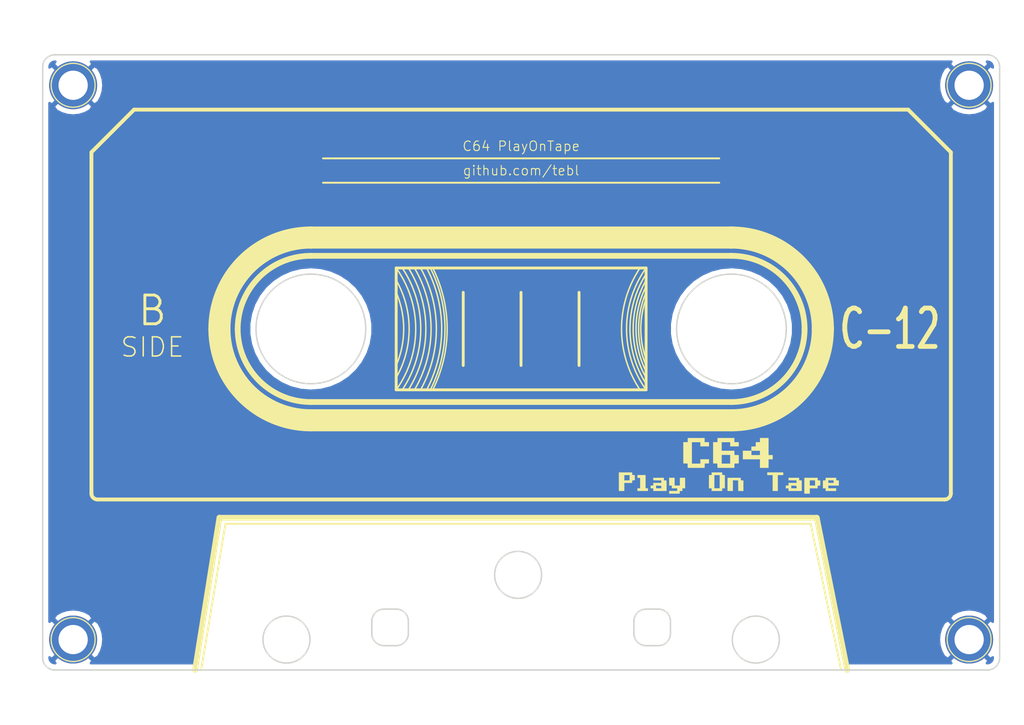
<source format=kicad_pcb>
(kicad_pcb (version 20171130) (host pcbnew "(5.1.8)-1")

  (general
    (thickness 1.6)
    (drawings 86)
    (tracks 0)
    (zones 0)
    (modules 5)
    (nets 2)
  )

  (page A4)
  (layers
    (0 F.Cu signal)
    (31 B.Cu signal)
    (32 B.Adhes user)
    (33 F.Adhes user)
    (34 B.Paste user)
    (35 F.Paste user)
    (36 B.SilkS user)
    (37 F.SilkS user)
    (38 B.Mask user)
    (39 F.Mask user)
    (40 Dwgs.User user)
    (41 Cmts.User user)
    (42 Eco1.User user)
    (43 Eco2.User user)
    (44 Edge.Cuts user)
    (45 Margin user)
    (46 B.CrtYd user)
    (47 F.CrtYd user)
    (48 B.Fab user hide)
    (49 F.Fab user hide)
  )

  (setup
    (last_trace_width 0.25)
    (trace_clearance 0.2)
    (zone_clearance 0.508)
    (zone_45_only no)
    (trace_min 0.2)
    (via_size 0.6)
    (via_drill 0.4)
    (via_min_size 0.4)
    (via_min_drill 0.3)
    (uvia_size 0.3)
    (uvia_drill 0.1)
    (uvias_allowed no)
    (uvia_min_size 0.2)
    (uvia_min_drill 0.1)
    (edge_width 0.15)
    (segment_width 0.2)
    (pcb_text_width 0.3)
    (pcb_text_size 1.5 1.5)
    (mod_edge_width 0.15)
    (mod_text_size 1 1)
    (mod_text_width 0.15)
    (pad_size 1.524 1.524)
    (pad_drill 0.762)
    (pad_to_mask_clearance 0)
    (aux_axis_origin 0 0)
    (visible_elements 7FFFFFFF)
    (pcbplotparams
      (layerselection 0x011fc_ffffffff)
      (usegerberextensions true)
      (usegerberattributes false)
      (usegerberadvancedattributes false)
      (creategerberjobfile false)
      (excludeedgelayer true)
      (linewidth 0.100000)
      (plotframeref false)
      (viasonmask false)
      (mode 1)
      (useauxorigin false)
      (hpglpennumber 1)
      (hpglpenspeed 20)
      (hpglpendiameter 15.000000)
      (psnegative false)
      (psa4output false)
      (plotreference true)
      (plotvalue true)
      (plotinvisibletext false)
      (padsonsilk false)
      (subtractmaskfromsilk false)
      (outputformat 1)
      (mirror false)
      (drillshape 0)
      (scaleselection 1)
      (outputdirectory "export/"))
  )

  (net 0 "")
  (net 1 "Net-(M1-Pad1)")

  (net_class Default "This is the default net class."
    (clearance 0.2)
    (trace_width 0.25)
    (via_dia 0.6)
    (via_drill 0.4)
    (uvia_dia 0.3)
    (uvia_drill 0.1)
    (add_net "Net-(M1-Pad1)")
  )

  (module icons:c64_play_on_tape locked (layer F.Cu) (tedit 0) (tstamp 5E3F4EA5)
    (at 141.986 120.904)
    (fp_text reference REF** (at -4.445 2.54) (layer F.SilkS) hide
      (effects (font (size 1 1) (thickness 0.15)))
    )
    (fp_text value LOGO (at 5.08 -0.635) (layer F.Fab) hide
      (effects (font (size 1 1) (thickness 0.15)))
    )
    (fp_poly (pts (xy -5.66987 2.110311) (xy -5.11051 2.110311) (xy -5.11051 1.296697) (xy -4.576576 1.296697)
      (xy -4.576576 2.38999) (xy -4.856256 2.38999) (xy -4.856256 2.66967) (xy -5.135936 2.66967)
      (xy -5.135936 2.94935) (xy -6.229229 2.94935) (xy -6.229229 2.66967) (xy -5.39019 2.66967)
      (xy -5.39019 2.38999) (xy -5.949549 2.38999) (xy -5.949549 2.110311) (xy -6.229229 2.110311)
      (xy -6.229229 1.296697) (xy -5.66987 1.296697) (xy -5.66987 2.110311)) (layer F.SilkS) (width 0.01))
    (fp_poly (pts (xy 9.234457 1.43018) (xy 9.242142 1.563664) (xy 9.375626 1.571349) (xy 9.509109 1.579034)
      (xy 9.509109 2.107653) (xy 9.375626 2.115338) (xy 9.242142 2.123023) (xy 9.234457 2.256507)
      (xy 9.226772 2.38999) (xy 8.415816 2.38999) (xy 8.415816 2.94935) (xy 7.856457 2.94935)
      (xy 7.856457 2.110311) (xy 8.415816 2.110311) (xy 8.976896 2.110311) (xy 8.969679 1.836987)
      (xy 8.962463 1.563664) (xy 8.689139 1.556447) (xy 8.415816 1.549231) (xy 8.415816 2.110311)
      (xy 7.856457 2.110311) (xy 7.856457 1.296697) (xy 9.226772 1.296697) (xy 9.234457 1.43018)) (layer F.SilkS) (width 0.01))
    (fp_poly (pts (xy -10.088866 0.870821) (xy -10.081181 1.004305) (xy -9.947697 1.01199) (xy -9.814214 1.019675)
      (xy -9.814214 1.548294) (xy -9.947697 1.555979) (xy -10.081181 1.563664) (xy -10.088866 1.697147)
      (xy -10.096551 1.830631) (xy -10.907507 1.830631) (xy -10.907507 2.66967) (xy -11.466867 2.66967)
      (xy -11.466867 1.017017) (xy -10.907507 1.017017) (xy -10.907507 1.578097) (xy -10.634184 1.570881)
      (xy -10.360861 1.563664) (xy -10.353644 1.290341) (xy -10.346428 1.017017) (xy -10.907507 1.017017)
      (xy -11.466867 1.017017) (xy -11.466867 0.737338) (xy -10.096551 0.737338) (xy -10.088866 0.870821)) (layer F.SilkS) (width 0.01))
    (fp_poly (pts (xy -8.695495 2.38999) (xy -8.441241 2.38999) (xy -8.441241 2.66967) (xy -9.534534 2.66967)
      (xy -9.534534 2.38999) (xy -9.254855 2.38999) (xy -9.254855 1.296697) (xy -9.534534 1.296697)
      (xy -9.534534 1.017017) (xy -8.695495 1.017017) (xy -8.695495 2.38999)) (layer F.SilkS) (width 0.01))
    (fp_poly (pts (xy -6.783561 1.43018) (xy -6.775876 1.563664) (xy -6.642392 1.571349) (xy -6.508909 1.579034)
      (xy -6.508909 2.66967) (xy -7.881882 2.66967) (xy -7.881882 2.38999) (xy -7.602202 2.38999)
      (xy -7.040185 2.38999) (xy -7.04787 2.256507) (xy -7.055555 2.123023) (xy -7.328879 2.115807)
      (xy -7.602202 2.10859) (xy -7.602202 2.38999) (xy -7.881882 2.38999) (xy -8.161561 2.38999)
      (xy -8.161561 2.110311) (xy -7.881882 2.110311) (xy -7.881882 1.830631) (xy -7.040185 1.830631)
      (xy -7.04787 1.697147) (xy -7.055555 1.563664) (xy -7.468719 1.556678) (xy -7.881882 1.549692)
      (xy -7.881882 1.296697) (xy -6.791246 1.296697) (xy -6.783561 1.43018)) (layer F.SilkS) (width 0.01))
    (fp_poly (pts (xy -0.706884 0.870821) (xy -0.699199 1.004305) (xy -0.565716 1.01199) (xy -0.432232 1.019675)
      (xy -0.432232 2.38999) (xy -0.711912 2.38999) (xy -0.711912 2.66967) (xy -1.805205 2.66967)
      (xy -1.805205 2.38999) (xy -2.084885 2.38999) (xy -2.084885 1.017017) (xy -1.805205 1.017017)
      (xy -1.525525 1.017017) (xy -1.525525 2.38999) (xy -0.966166 2.38999) (xy -0.966166 1.017017)
      (xy -1.525525 1.017017) (xy -1.805205 1.017017) (xy -1.805205 0.737338) (xy -0.714569 0.737338)
      (xy -0.706884 0.870821)) (layer F.SilkS) (width 0.01))
    (fp_poly (pts (xy 1.225448 1.43018) (xy 1.233133 1.563664) (xy 1.366617 1.571349) (xy 1.5001 1.579034)
      (xy 1.5001 2.66967) (xy 0.967158 2.66967) (xy 0.953454 1.563664) (xy 0.68013 1.556447)
      (xy 0.406807 1.549231) (xy 0.406807 2.66967) (xy -0.152552 2.66967) (xy -0.152552 1.296697)
      (xy 1.217763 1.296697) (xy 1.225448 1.43018)) (layer F.SilkS) (width 0.01))
    (fp_poly (pts (xy 5.644445 1.017017) (xy 5.085085 1.017017) (xy 5.085085 2.66967) (xy 4.551151 2.66967)
      (xy 4.551151 1.017017) (xy 3.991792 1.017017) (xy 3.991792 0.737338) (xy 5.644445 0.737338)
      (xy 5.644445 1.017017)) (layer F.SilkS) (width 0.01))
    (fp_poly (pts (xy 7.302125 1.43018) (xy 7.30981 1.563664) (xy 7.443294 1.571349) (xy 7.576777 1.579034)
      (xy 7.576777 2.66967) (xy 6.203804 2.66967) (xy 6.203804 2.38999) (xy 6.483484 2.38999)
      (xy 7.0455 2.38999) (xy 7.037815 2.256507) (xy 7.03013 2.123023) (xy 6.756807 2.115807)
      (xy 6.483484 2.10859) (xy 6.483484 2.38999) (xy 6.203804 2.38999) (xy 5.924124 2.38999)
      (xy 5.924124 2.110311) (xy 6.203804 2.110311) (xy 6.203804 1.830631) (xy 7.0455 1.830631)
      (xy 7.037815 1.697147) (xy 7.03013 1.563664) (xy 6.203804 1.549692) (xy 6.203804 1.296697)
      (xy 7.29444 1.296697) (xy 7.302125 1.43018)) (layer F.SilkS) (width 0.01))
    (fp_poly (pts (xy 11.16679 1.43018) (xy 11.174475 1.563664) (xy 11.307958 1.571349) (xy 11.441442 1.579034)
      (xy 11.441442 2.110311) (xy 10.348148 2.110311) (xy 10.348148 2.38999) (xy 11.161762 2.38999)
      (xy 11.161762 2.66967) (xy 10.068469 2.66967) (xy 10.068469 2.38999) (xy 9.788789 2.38999)
      (xy 9.788789 1.830631) (xy 10.348148 1.830631) (xy 10.910165 1.830631) (xy 10.90248 1.697147)
      (xy 10.894795 1.563664) (xy 10.621472 1.556447) (xy 10.348148 1.549231) (xy 10.348148 1.830631)
      (xy 9.788789 1.830631) (xy 9.788789 1.579034) (xy 9.922272 1.571349) (xy 10.055756 1.563664)
      (xy 10.063441 1.43018) (xy 10.071126 1.296697) (xy 11.159105 1.296697) (xy 11.16679 1.43018)) (layer F.SilkS) (width 0.01))
    (fp_poly (pts (xy -2.542542 -2.415415) (xy -2.084885 -2.415415) (xy -2.084885 -1.983183) (xy -2.974775 -1.983183)
      (xy -2.974775 -2.415415) (xy -3.864664 -2.415415) (xy -3.864664 -0.177978) (xy -2.974775 -0.177978)
      (xy -2.974775 -0.635635) (xy -2.084885 -0.635635) (xy -2.084885 -0.205383) (xy -2.307357 -0.198037)
      (xy -2.52983 -0.19069) (xy -2.537176 0.031782) (xy -2.544522 0.254255) (xy -4.294917 0.254255)
      (xy -4.302263 0.031782) (xy -4.309609 -0.19069) (xy -4.532082 -0.198037) (xy -4.754554 -0.205383)
      (xy -4.754554 -2.415415) (xy -4.296897 -2.415415) (xy -4.296897 -2.847647) (xy -2.542542 -2.847647)
      (xy -2.542542 -2.415415)) (layer F.SilkS) (width 0.01))
    (fp_poly (pts (xy 0.55936 -2.415415) (xy 1.017017 -2.415415) (xy 1.017017 -1.983183) (xy 0.127127 -1.983183)
      (xy 0.127127 -2.415415) (xy -0.762763 -2.415415) (xy -0.762763 -1.525525) (xy 0.55738 -1.525525)
      (xy 0.564726 -1.303053) (xy 0.572072 -1.08058) (xy 0.794545 -1.073234) (xy 1.017017 -1.065888)
      (xy 1.017017 -0.205383) (xy 0.794545 -0.198037) (xy 0.572072 -0.19069) (xy 0.564726 0.031782)
      (xy 0.55738 0.254255) (xy -1.193015 0.254255) (xy -1.200361 0.031782) (xy -1.207707 -0.19069)
      (xy -1.43018 -0.198037) (xy -1.652652 -0.205383) (xy -1.652652 -1.093293) (xy -0.762763 -1.093293)
      (xy -0.762763 -0.177978) (xy 0.127127 -0.177978) (xy 0.127127 -1.093293) (xy -0.762763 -1.093293)
      (xy -1.652652 -1.093293) (xy -1.652652 -2.415415) (xy -1.194995 -2.415415) (xy -1.194995 -2.847647)
      (xy 0.55936 -2.847647) (xy 0.55936 -2.415415)) (layer F.SilkS) (width 0.01))
    (fp_poly (pts (xy 4.118919 -1.067868) (xy 4.551151 -1.067868) (xy 4.551151 -0.635635) (xy 4.118919 -0.635635)
      (xy 4.118919 0.254255) (xy 3.229029 0.254255) (xy 3.229029 -0.635635) (xy 1.449249 -0.635635)
      (xy 1.449249 -1.525525) (xy 2.339139 -1.525525) (xy 2.339139 -1.067868) (xy 3.229029 -1.067868)
      (xy 3.229029 -1.525525) (xy 2.339139 -1.525525) (xy 2.339139 -1.955778) (xy 2.561612 -1.963124)
      (xy 2.784084 -1.97047) (xy 2.791431 -2.192943) (xy 2.798777 -2.415415) (xy 3.229029 -2.415415)
      (xy 3.229029 -2.847647) (xy 4.118919 -2.847647) (xy 4.118919 -1.067868)) (layer F.SilkS) (width 0.01))
  )

  (module mounting:M3 (layer F.Cu) (tedit 5D61810C) (tstamp 5E3B69D4)
    (at 73.66 139.065)
    (descr "module 1 pin (ou trou mecanique de percage)")
    (tags DEV)
    (path /5E3B603D)
    (fp_text reference M1 (at 0 -3.048) (layer F.Fab) hide
      (effects (font (size 1 1) (thickness 0.15)))
    )
    (fp_text value Mounting (at 0 3) (layer F.Fab) hide
      (effects (font (size 1 1) (thickness 0.15)))
    )
    (fp_circle (center 0 0) (end 0 -2.286) (layer F.SilkS) (width 0.12))
    (fp_circle (center 0 0) (end 2.6 0) (layer F.CrtYd) (width 0.05))
    (fp_circle (center 0 0) (end 2 0.8) (layer F.Fab) (width 0.1))
    (pad 1 thru_hole circle (at 0 0) (size 5 5) (drill 3.048) (layers *.Cu *.Mask)
      (net 1 "Net-(M1-Pad1)"))
  )

  (module mounting:M3 (layer F.Cu) (tedit 5D61810C) (tstamp 5E3B69D8)
    (at 167.005 139.065)
    (descr "module 1 pin (ou trou mecanique de percage)")
    (tags DEV)
    (path /5E3B604F)
    (fp_text reference M2 (at 0 -3.048) (layer F.Fab) hide
      (effects (font (size 1 1) (thickness 0.15)))
    )
    (fp_text value Mounting (at 0 3) (layer F.Fab) hide
      (effects (font (size 1 1) (thickness 0.15)))
    )
    (fp_circle (center 0 0) (end 0 -2.286) (layer F.SilkS) (width 0.12))
    (fp_circle (center 0 0) (end 2.6 0) (layer F.CrtYd) (width 0.05))
    (fp_circle (center 0 0) (end 2 0.8) (layer F.Fab) (width 0.1))
    (pad 1 thru_hole circle (at 0 0) (size 5 5) (drill 3.048) (layers *.Cu *.Mask)
      (net 1 "Net-(M1-Pad1)"))
  )

  (module mounting:M3 (layer F.Cu) (tedit 5D61810C) (tstamp 5E3B69DC)
    (at 167.005 81.28)
    (descr "module 1 pin (ou trou mecanique de percage)")
    (tags DEV)
    (path /5E3B605A)
    (fp_text reference M3 (at 0 -3.048) (layer F.Fab) hide
      (effects (font (size 1 1) (thickness 0.15)))
    )
    (fp_text value Mounting (at 0 3) (layer F.Fab) hide
      (effects (font (size 1 1) (thickness 0.15)))
    )
    (fp_circle (center 0 0) (end 0 -2.286) (layer F.SilkS) (width 0.12))
    (fp_circle (center 0 0) (end 2.6 0) (layer F.CrtYd) (width 0.05))
    (fp_circle (center 0 0) (end 2 0.8) (layer F.Fab) (width 0.1))
    (pad 1 thru_hole circle (at 0 0) (size 5 5) (drill 3.048) (layers *.Cu *.Mask)
      (net 1 "Net-(M1-Pad1)"))
  )

  (module mounting:M3 (layer F.Cu) (tedit 5D61810C) (tstamp 5E3B69E0)
    (at 73.66 81.28)
    (descr "module 1 pin (ou trou mecanique de percage)")
    (tags DEV)
    (path /5E3B6065)
    (fp_text reference M4 (at 0 -3.048) (layer F.Fab) hide
      (effects (font (size 1 1) (thickness 0.15)))
    )
    (fp_text value Mounting (at 0 3) (layer F.Fab) hide
      (effects (font (size 1 1) (thickness 0.15)))
    )
    (fp_circle (center 0 0) (end 0 -2.286) (layer F.SilkS) (width 0.12))
    (fp_circle (center 0 0) (end 2.6 0) (layer F.CrtYd) (width 0.05))
    (fp_circle (center 0 0) (end 2 0.8) (layer F.Fab) (width 0.1))
    (pad 1 thru_hole circle (at 0 0) (size 5 5) (drill 3.048) (layers *.Cu *.Mask)
      (net 1 "Net-(M1-Pad1)"))
  )

  (gr_arc (start 98.425 106.68) (end 107.314999 110.489999) (angle -46.39718103) (layer F.SilkS) (width 0.15))
  (gr_line (start 120.32 102.87) (end 120.32 110.49) (layer F.SilkS) (width 0.3))
  (gr_line (start 126.365 102.87) (end 126.365 110.49) (layer F.SilkS) (width 0.3))
  (gr_line (start 114.3 102.87) (end 114.3 110.49) (layer F.SilkS) (width 0.3))
  (gr_line (start 107.315 113.03) (end 107.314999 100.330001) (layer F.SilkS) (width 0.3) (tstamp 5E5EBAF4))
  (gr_line (start 133.35 113.03) (end 133.35 100.33) (layer F.SilkS) (width 0.3) (tstamp 5E5EBAD7))
  (gr_arc (start 142.24 106.68) (end 133.350001 102.235001) (angle -53.13010235) (layer F.SilkS) (width 0.15))
  (gr_arc (start 142.24 106.68) (end 133.350001 103.505001) (angle -39.30764812) (layer F.SilkS) (width 0.15))
  (gr_arc (start 142.24 106.68) (end 133.350001 102.870001) (angle -46.39718103) (layer F.SilkS) (width 0.15))
  (gr_arc (start 142.24 106.68) (end 133.350001 101.600001) (angle -59.48976259) (layer F.SilkS) (width 0.15))
  (gr_arc (start 142.24 106.68) (end 133.350001 100.965001) (angle -65.47045254) (layer F.SilkS) (width 0.15))
  (gr_arc (start 142.24 106.68) (end 133.350001 100.330001) (angle -71.07535558) (layer F.SilkS) (width 0.15))
  (gr_arc (start 142.24 106.68) (end 132.715001 100.330001) (angle -67.38013505) (layer F.SilkS) (width 0.15))
  (gr_arc (start 98.425 106.68) (end 107.314999 111.759999) (angle -59.48976259) (layer F.SilkS) (width 0.15))
  (gr_arc (start 98.425 106.68) (end 107.314999 113.029999) (angle -71.07535558) (layer F.SilkS) (width 0.15))
  (gr_arc (start 98.425 106.68) (end 107.949999 113.029999) (angle -67.38013505) (layer F.SilkS) (width 0.15))
  (gr_arc (start 98.425 106.68) (end 109.219999 113.029999) (angle -60.93108984) (layer F.SilkS) (width 0.15))
  (gr_arc (start 98.425 106.68) (end 108.584999 113.029999) (angle -64.01076642) (layer F.SilkS) (width 0.15))
  (gr_arc (start 98.425 106.68) (end 109.854999 113.029999) (angle -58.1092082) (layer F.SilkS) (width 0.15))
  (gr_arc (start 98.425 106.68) (end 110.870999 113.029999) (angle -53.83169521) (layer F.SilkS) (width 0.15))
  (gr_arc (start 98.425 106.68) (end 110.489999 113.029999) (angle -55.5170812) (layer F.SilkS) (width 0.15))
  (gr_arc (start 98.425 106.68) (end 111.124999 113.029999) (angle -53.13010235) (layer F.SilkS) (width 0.15))
  (gr_line (start 133.35 113.03) (end 107.315 113.03) (layer F.SilkS) (width 0.3))
  (gr_line (start 107.315 100.33) (end 133.35 100.33) (layer F.SilkS) (width 0.3))
  (gr_line (start 135.89 137.16) (end 135.89 138.43) (layer Edge.Cuts) (width 0.15) (tstamp 5E5EA8DB))
  (gr_line (start 133.35 135.89) (end 134.62 135.89) (layer Edge.Cuts) (width 0.15) (tstamp 5E5EA8D8))
  (gr_line (start 132.08 138.43) (end 132.08 137.16) (layer Edge.Cuts) (width 0.15) (tstamp 5E5EA8D6))
  (gr_line (start 134.62 139.7) (end 133.35 139.7) (layer Edge.Cuts) (width 0.15) (tstamp 5E5EA8D3))
  (gr_line (start 106.045 135.89) (end 107.315 135.89) (layer Edge.Cuts) (width 0.15) (tstamp 5E5EA8CE))
  (gr_line (start 107.315 139.7) (end 106.045 139.7) (layer Edge.Cuts) (width 0.15) (tstamp 5E5EA8CA))
  (gr_line (start 108.585 137.16) (end 108.585 138.43) (layer Edge.Cuts) (width 0.15) (tstamp 5E5EA8C6))
  (gr_line (start 104.775 138.43) (end 104.775 137.16) (layer Edge.Cuts) (width 0.15) (tstamp 5E5EA8C2))
  (gr_arc (start 133.35 138.43) (end 132.08 138.43) (angle -90) (layer Edge.Cuts) (width 0.15) (tstamp 5E5EA881))
  (gr_arc (start 133.35 137.16) (end 133.35 135.89) (angle -90) (layer Edge.Cuts) (width 0.15) (tstamp 5E5EA881))
  (gr_arc (start 134.62 138.43) (end 134.62 139.7) (angle -90) (layer Edge.Cuts) (width 0.15) (tstamp 5E5EA881))
  (gr_arc (start 134.62 137.16) (end 135.89 137.16) (angle -90) (layer Edge.Cuts) (width 0.15) (tstamp 5E5EA881))
  (gr_arc (start 107.315 138.43) (end 107.315 139.7) (angle -90) (layer Edge.Cuts) (width 0.15) (tstamp 5E5EA881))
  (gr_arc (start 106.045 138.43) (end 104.775 138.43) (angle -90) (layer Edge.Cuts) (width 0.15) (tstamp 5E5EA881))
  (gr_arc (start 106.045 137.16) (end 106.045 135.89) (angle -90) (layer Edge.Cuts) (width 0.15) (tstamp 5E5EA881))
  (gr_arc (start 107.315 137.16) (end 108.585 137.16) (angle -90) (layer Edge.Cuts) (width 0.15))
  (gr_circle (center 144.78 139.065) (end 147.23 139.065) (layer Edge.Cuts) (width 0.15) (tstamp 5E5EA010))
  (gr_circle (center 95.885 139.065) (end 98.335 139.065) (layer Edge.Cuts) (width 0.15) (tstamp 5E5EA4E7))
  (gr_circle (center 120.015 132.32) (end 122.465 132.32) (layer Edge.Cuts) (width 0.15))
  (gr_text B (at 81.915 104.775) (layer F.SilkS)
    (effects (font (size 3 3) (thickness 0.3)))
  )
  (gr_arc (start 98.425 106.68) (end 98.425 116.205) (angle 90) (layer F.SilkS) (width 2.3))
  (gr_arc (start 98.425 106.68) (end 88.9 106.68) (angle 90) (layer F.SilkS) (width 2.3))
  (gr_arc (start 142.24 106.68) (end 151.765 106.68) (angle 90) (layer F.SilkS) (width 2.3))
  (gr_arc (start 142.24 106.68) (end 142.24 97.155) (angle 90) (layer F.SilkS) (width 2.3))
  (gr_line (start 98.425 97.155) (end 142.24 97.155) (angle 90) (layer F.SilkS) (width 2.3))
  (gr_line (start 98.425 116.205) (end 142.24 116.205) (angle 90) (layer F.SilkS) (width 2.3))
  (gr_line (start 76.2 124.46) (end 164.465 124.46) (angle 90) (layer F.SilkS) (width 0.4))
  (gr_line (start 142.24 99.06) (end 98.425 99.06) (angle 90) (layer F.SilkS) (width 0.6))
  (gr_line (start 98.425 114.3) (end 142.24 114.3) (angle 90) (layer F.SilkS) (width 0.6))
  (gr_arc (start 98.425 106.68) (end 98.425 114.3) (angle 90) (layer F.SilkS) (width 0.6))
  (gr_circle (center 142.24 106.68) (end 147.955 106.68) (layer Edge.Cuts) (width 0.15))
  (gr_circle (center 98.425 106.68) (end 104.14 106.68) (layer Edge.Cuts) (width 0.15))
  (gr_text C-12 (at 158.75 106.68) (layer F.SilkS)
    (effects (font (size 4 2.5) (thickness 0.5)))
  )
  (gr_text SIDE (at 81.915 108.585) (layer F.SilkS) (tstamp 5E5E89C0)
    (effects (font (size 2 2) (thickness 0.15)))
  )
  (gr_line (start 99.695 88.9) (end 140.97 88.9) (angle 90) (layer F.SilkS) (width 0.2))
  (gr_line (start 99.695 91.44) (end 140.97 91.44) (angle 90) (layer F.SilkS) (width 0.2))
  (gr_text github.com/tebl (at 120.3325 90.17) (layer F.SilkS)
    (effects (font (size 1 1) (thickness 0.1)))
  )
  (gr_text "C64 PlayOnTape" (at 120.3325 87.63) (layer F.SilkS)
    (effects (font (size 1 1) (thickness 0.1)))
  )
  (gr_line (start 153.67 142.24) (end 150.495 127) (angle 90) (layer F.SilkS) (width 0.2))
  (gr_line (start 86.995 142.24) (end 89.53 127) (angle 90) (layer F.SilkS) (width 0.2))
  (gr_line (start 150.495 127) (end 89.535 127) (angle 90) (layer F.SilkS) (width 0.2))
  (gr_arc (start 142.24 106.68) (end 142.24 99.06) (angle 90) (layer F.SilkS) (width 0.6))
  (gr_arc (start 142.24 106.68) (end 149.86 106.68) (angle 90) (layer F.SilkS) (width 0.6))
  (gr_arc (start 98.425 106.68) (end 90.805 106.68) (angle 90) (layer F.SilkS) (width 0.6))
  (gr_line (start 160.655 83.82) (end 80.01 83.82) (angle 90) (layer F.SilkS) (width 0.4))
  (gr_line (start 165.1 123.825) (end 165.1 88.265) (angle 90) (layer F.SilkS) (width 0.4))
  (gr_arc (start 164.465 123.825) (end 165.1 123.825) (angle 90) (layer F.SilkS) (width 0.4))
  (gr_line (start 75.565 123.825) (end 75.565 88.265) (angle 90) (layer F.SilkS) (width 0.4))
  (gr_arc (start 76.2 123.825) (end 76.2 124.46) (angle 90) (layer F.SilkS) (width 0.4))
  (gr_line (start 160.655 83.82) (end 165.1 88.265) (angle 90) (layer F.SilkS) (width 0.4))
  (gr_line (start 80.01 83.82) (end 75.565 88.265) (angle 90) (layer F.SilkS) (width 0.4))
  (gr_line (start 88.9 126.365) (end 151.13 126.365) (angle 90) (layer F.SilkS) (width 0.6))
  (gr_line (start 88.9 126.365) (end 86.36 142.24) (angle 90) (layer F.SilkS) (width 0.6))
  (gr_line (start 151.13 126.365) (end 154.305 142.24) (angle 90) (layer F.SilkS) (width 0.6))
  (gr_line (start 70.485 79.375) (end 70.485 140.97) (angle 90) (layer Edge.Cuts) (width 0.15))
  (gr_line (start 168.91 78.105) (end 71.755 78.105) (angle 90) (layer Edge.Cuts) (width 0.15))
  (gr_arc (start 71.755 79.375) (end 70.485 79.375) (angle 90) (layer Edge.Cuts) (width 0.15))
  (gr_arc (start 168.91 79.375) (end 168.91 78.105) (angle 90) (layer Edge.Cuts) (width 0.15))
  (gr_line (start 170.18 140.97) (end 170.18 79.375) (angle 90) (layer Edge.Cuts) (width 0.15))
  (gr_arc (start 168.91 140.97) (end 170.18 140.97) (angle 90) (layer Edge.Cuts) (width 0.15))
  (gr_line (start 71.755 142.24) (end 168.91 142.24) (angle 90) (layer Edge.Cuts) (width 0.15))
  (gr_arc (start 71.755 140.97) (end 71.755 142.24) (angle 90) (layer Edge.Cuts) (width 0.15))

  (zone (net 1) (net_name "Net-(M1-Pad1)") (layer B.Cu) (tstamp 5E5EBE22) (hatch edge 0.508)
    (connect_pads (clearance 0.508))
    (min_thickness 0.254)
    (fill yes (arc_segments 16) (thermal_gap 0.508) (thermal_bridge_width 0.508))
    (polygon
      (pts
        (xy 66.04 72.39) (xy 172.72 72.39) (xy 172.72 147.955) (xy 66.04 147.955)
      )
    )
    (filled_polygon
      (pts
        (xy 71.636457 79.076852) (xy 73.66 81.100395) (xy 75.683543 79.076852) (xy 75.510527 78.815) (xy 165.154473 78.815)
        (xy 164.981457 79.076852) (xy 167.005 81.100395) (xy 169.028543 79.076852) (xy 168.855527 78.815) (xy 168.87528 78.815)
        (xy 169.018109 78.829005) (xy 169.122101 78.860402) (xy 169.218014 78.911399) (xy 169.302194 78.980055) (xy 169.37144 79.063758)
        (xy 169.423105 79.159311) (xy 169.455227 79.263078) (xy 169.470001 79.40365) (xy 169.470001 79.429474) (xy 169.208148 79.256457)
        (xy 167.184605 81.28) (xy 169.208148 83.303543) (xy 169.470001 83.130526) (xy 169.47 137.214473) (xy 169.208148 137.041457)
        (xy 167.184605 139.065) (xy 169.208148 141.088543) (xy 169.47 140.915527) (xy 169.47 140.93528) (xy 169.455995 141.078109)
        (xy 169.424599 141.182099) (xy 169.373601 141.278013) (xy 169.304941 141.362199) (xy 169.221243 141.431439) (xy 169.125689 141.483105)
        (xy 169.021922 141.515227) (xy 168.881359 141.53) (xy 168.855527 141.53) (xy 169.028543 141.268148) (xy 167.005 139.244605)
        (xy 164.981457 141.268148) (xy 165.154473 141.53) (xy 154.292515 141.53) (xy 153.800181 139.068328) (xy 163.854832 139.068328)
        (xy 163.91601 139.682831) (xy 164.095897 140.273592) (xy 164.383882 140.812373) (xy 164.801852 141.088543) (xy 166.825395 139.065)
        (xy 164.801852 137.041457) (xy 164.383882 137.317627) (xy 164.093351 137.862557) (xy 163.914713 138.453696) (xy 163.854832 139.068328)
        (xy 153.800181 139.068328) (xy 153.358886 136.861852) (xy 164.981457 136.861852) (xy 167.005 138.885395) (xy 169.028543 136.861852)
        (xy 168.752373 136.443882) (xy 168.207443 136.153351) (xy 167.616304 135.974713) (xy 167.001672 135.914832) (xy 166.387169 135.97601)
        (xy 165.796408 136.155897) (xy 165.257627 136.443882) (xy 164.981457 136.861852) (xy 153.358886 136.861852) (xy 151.254534 126.340093)
        (xy 151.247333 126.316399) (xy 151.235597 126.294443) (xy 151.219803 126.275197) (xy 151.200557 126.259403) (xy 151.178601 126.247667)
        (xy 151.154776 126.24044) (xy 151.13 126.238) (xy 88.9 126.238) (xy 88.870547 126.241462) (xy 88.847012 126.249582)
        (xy 88.825513 126.262137) (xy 88.806877 126.278645) (xy 88.791819 126.298472) (xy 88.780919 126.320855) (xy 88.774595 126.344935)
        (xy 86.344985 141.53) (xy 75.510527 141.53) (xy 75.683543 141.268148) (xy 73.66 139.244605) (xy 71.636457 141.268148)
        (xy 71.809473 141.53) (xy 71.78972 141.53) (xy 71.646891 141.515995) (xy 71.542901 141.484599) (xy 71.446987 141.433601)
        (xy 71.362801 141.364941) (xy 71.293561 141.281243) (xy 71.241895 141.185689) (xy 71.209773 141.081922) (xy 71.195 140.941359)
        (xy 71.195 140.915527) (xy 71.456852 141.088543) (xy 73.480395 139.065) (xy 73.839605 139.065) (xy 75.863148 141.088543)
        (xy 76.281118 140.812373) (xy 76.571649 140.267443) (xy 76.750287 139.676304) (xy 76.810168 139.061672) (xy 76.74899 138.447169)
        (xy 76.569103 137.856408) (xy 76.281118 137.317627) (xy 75.863148 137.041457) (xy 73.839605 139.065) (xy 73.480395 139.065)
        (xy 71.456852 137.041457) (xy 71.195 137.214473) (xy 71.195 136.861852) (xy 71.636457 136.861852) (xy 73.66 138.885395)
        (xy 75.683543 136.861852) (xy 75.407373 136.443882) (xy 74.862443 136.153351) (xy 74.271304 135.974713) (xy 73.656672 135.914832)
        (xy 73.042169 135.97601) (xy 72.451408 136.155897) (xy 71.912627 136.443882) (xy 71.636457 136.861852) (xy 71.195 136.861852)
        (xy 71.195 106.147776) (xy 92.002013 106.147776) (xy 92.002013 107.212224) (xy 92.177215 108.262154) (xy 92.522841 109.268927)
        (xy 93.029462 110.205081) (xy 93.683259 111.04508) (xy 94.466399 111.766011) (xy 95.357519 112.348208) (xy 96.332312 112.775792)
        (xy 97.364188 113.037099) (xy 98.425 113.125) (xy 99.485812 113.037099) (xy 100.517688 112.775792) (xy 101.492481 112.348208)
        (xy 102.383601 111.766011) (xy 103.166741 111.04508) (xy 103.820538 110.205081) (xy 104.327159 109.268927) (xy 104.672785 108.262154)
        (xy 104.847987 107.212224) (xy 104.847987 106.147776) (xy 135.817013 106.147776) (xy 135.817013 107.212224) (xy 135.992215 108.262154)
        (xy 136.337841 109.268927) (xy 136.844462 110.205081) (xy 137.498259 111.04508) (xy 138.281399 111.766011) (xy 139.172519 112.348208)
        (xy 140.147312 112.775792) (xy 141.179188 113.037099) (xy 142.24 113.125) (xy 143.300812 113.037099) (xy 144.332688 112.775792)
        (xy 145.307481 112.348208) (xy 146.198601 111.766011) (xy 146.981741 111.04508) (xy 147.635538 110.205081) (xy 148.142159 109.268927)
        (xy 148.487785 108.262154) (xy 148.662987 107.212224) (xy 148.662987 106.147776) (xy 148.487785 105.097846) (xy 148.142159 104.091073)
        (xy 147.635538 103.154919) (xy 146.981741 102.31492) (xy 146.198601 101.593989) (xy 145.307481 101.011792) (xy 144.332688 100.584208)
        (xy 143.300812 100.322901) (xy 142.24 100.235) (xy 141.179188 100.322901) (xy 140.147312 100.584208) (xy 139.172519 101.011792)
        (xy 138.281399 101.593989) (xy 137.498259 102.31492) (xy 136.844462 103.154919) (xy 136.337841 104.091073) (xy 135.992215 105.097846)
        (xy 135.817013 106.147776) (xy 104.847987 106.147776) (xy 104.672785 105.097846) (xy 104.327159 104.091073) (xy 103.820538 103.154919)
        (xy 103.166741 102.31492) (xy 102.383601 101.593989) (xy 101.492481 101.011792) (xy 100.517688 100.584208) (xy 99.485812 100.322901)
        (xy 98.425 100.235) (xy 97.364188 100.322901) (xy 96.332312 100.584208) (xy 95.357519 101.011792) (xy 94.466399 101.593989)
        (xy 93.683259 102.31492) (xy 93.029462 103.154919) (xy 92.522841 104.091073) (xy 92.177215 105.097846) (xy 92.002013 106.147776)
        (xy 71.195 106.147776) (xy 71.195 83.483148) (xy 71.636457 83.483148) (xy 71.912627 83.901118) (xy 72.457557 84.191649)
        (xy 73.048696 84.370287) (xy 73.663328 84.430168) (xy 74.277831 84.36899) (xy 74.868592 84.189103) (xy 75.407373 83.901118)
        (xy 75.683543 83.483148) (xy 164.981457 83.483148) (xy 165.257627 83.901118) (xy 165.802557 84.191649) (xy 166.393696 84.370287)
        (xy 167.008328 84.430168) (xy 167.622831 84.36899) (xy 168.213592 84.189103) (xy 168.752373 83.901118) (xy 169.028543 83.483148)
        (xy 167.005 81.459605) (xy 164.981457 83.483148) (xy 75.683543 83.483148) (xy 73.66 81.459605) (xy 71.636457 83.483148)
        (xy 71.195 83.483148) (xy 71.195 83.130527) (xy 71.456852 83.303543) (xy 73.480395 81.28) (xy 73.839605 81.28)
        (xy 75.863148 83.303543) (xy 76.281118 83.027373) (xy 76.571649 82.482443) (xy 76.750287 81.891304) (xy 76.809519 81.283328)
        (xy 163.854832 81.283328) (xy 163.91601 81.897831) (xy 164.095897 82.488592) (xy 164.383882 83.027373) (xy 164.801852 83.303543)
        (xy 166.825395 81.28) (xy 164.801852 79.256457) (xy 164.383882 79.532627) (xy 164.093351 80.077557) (xy 163.914713 80.668696)
        (xy 163.854832 81.283328) (xy 76.809519 81.283328) (xy 76.810168 81.276672) (xy 76.74899 80.662169) (xy 76.569103 80.071408)
        (xy 76.281118 79.532627) (xy 75.863148 79.256457) (xy 73.839605 81.28) (xy 73.480395 81.28) (xy 71.456852 79.256457)
        (xy 71.195 79.429473) (xy 71.195 79.40972) (xy 71.209005 79.266891) (xy 71.240402 79.162899) (xy 71.291399 79.066986)
        (xy 71.360055 78.982806) (xy 71.443758 78.91356) (xy 71.539311 78.861895) (xy 71.643078 78.829773) (xy 71.783641 78.815)
        (xy 71.809473 78.815)
      )
    )
  )
  (zone (net 0) (net_name "") (layer B.Cu) (tstamp 5E3F316D) (hatch edge 0.508)
    (connect_pads (clearance 0.508))
    (min_thickness 0.254)
    (keepout (tracks allowed) (vias allowed) (copperpour not_allowed))
    (fill (arc_segments 16) (thermal_gap 0.508) (thermal_bridge_width 0.508))
    (polygon
      (pts
        (xy 86.36 142.24) (xy 88.9 126.365) (xy 151.13 126.365) (xy 154.305 142.24)
      )
    )
  )
)

</source>
